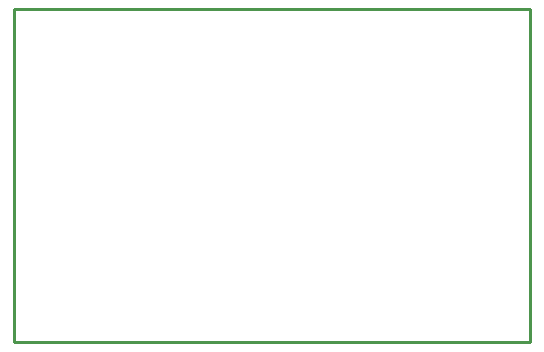
<source format=gbr>
G04 EAGLE Gerber X2 export*
%TF.Part,Single*%
%TF.FileFunction,Profile,NP*%
%TF.FilePolarity,Positive*%
%TF.GenerationSoftware,Autodesk,EAGLE,9.1.0*%
%TF.CreationDate,2019-01-28T13:00:55Z*%
G75*
%MOMM*%
%FSLAX34Y34*%
%LPD*%
%AMOC8*
5,1,8,0,0,1.08239X$1,22.5*%
G01*
%ADD10C,0.254000*%


D10*
X-15240Y-10160D02*
X420880Y-10160D01*
X420880Y271680D01*
X-15240Y271680D01*
X-15240Y-10160D01*
M02*

</source>
